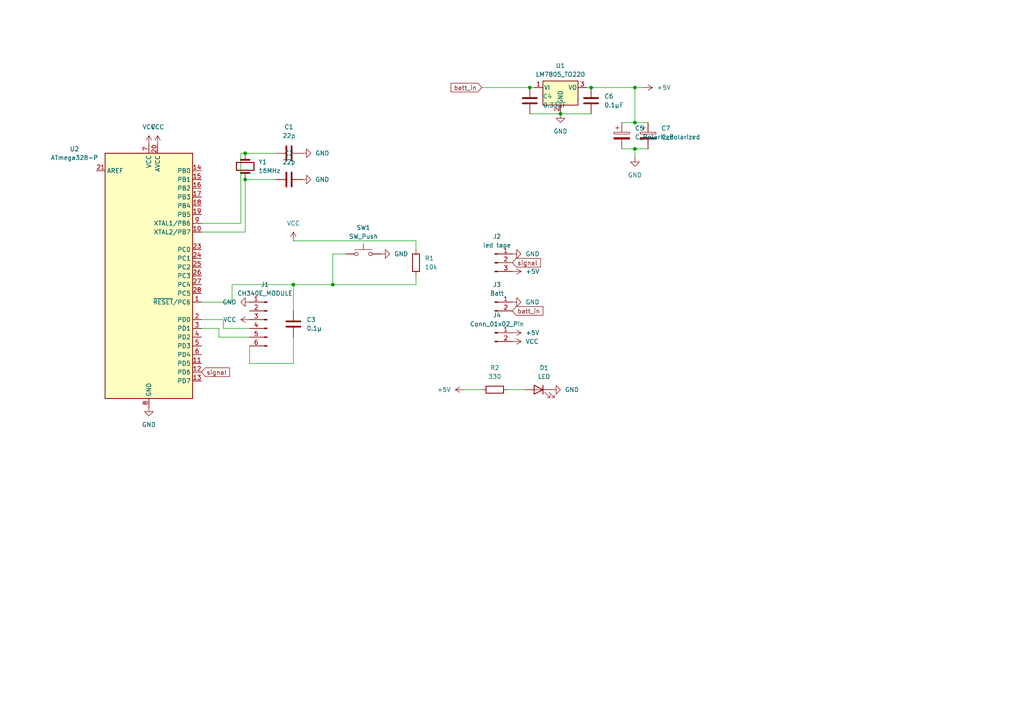
<source format=kicad_sch>
(kicad_sch (version 20231120) (generator "eeschema") (generator_version "8.0")
  (paper "A4")
  (lib_symbols
    (symbol "Connector:Conn_01x02_Pin" (pin_names (offset 1.016) hide)
      (property "Reference" "J" (at 0 2.54 0))
      (property "Value" "Conn_01x02_Pin" (at 0 -5.08 0))
      (symbol "Conn_01x02_Pin_1_1"
        (polyline (pts (xy 1.27 -2.54) (xy 0.8636 -2.54)) (stroke (width 0.1524)))
        (polyline (pts (xy 1.27 0) (xy 0.8636 0)) (stroke (width 0.1524)))
        (rectangle (start 0.8636 -2.413) (end 0 -2.667) (stroke (width 0.1524)) (fill (type outline)))
        (rectangle (start 0.8636 0.127) (end 0 -0.127) (stroke (width 0.1524)) (fill (type outline)))
        (pin passive line (at 5.08 0 180) (length 3.81) (name "Pin_1") (number "1"))
        (pin passive line (at 5.08 -2.54 180) (length 3.81) (name "Pin_2") (number "2"))
      )
    )
    (symbol "Connector:Conn_01x03_Pin" (pin_names (offset 1.016) hide)
      (property "Reference" "J" (at 0 5.08 0))
      (property "Value" "Conn_01x03_Pin" (at 0 -5.08 0))
      (symbol "Conn_01x03_Pin_1_1"
        (polyline (pts (xy 1.27 -2.54) (xy 0.8636 -2.54)) (stroke (width 0.1524)))
        (polyline (pts (xy 1.27 0) (xy 0.8636 0)) (stroke (width 0.1524)))
        (polyline (pts (xy 1.27 2.54) (xy 0.8636 2.54)) (stroke (width 0.1524)))
        (rectangle (start 0.8636 -2.413) (end 0 -2.667) (stroke (width 0.1524)) (fill (type outline)))
        (rectangle (start 0.8636 0.127) (end 0 -0.127) (stroke (width 0.1524)) (fill (type outline)))
        (rectangle (start 0.8636 2.667) (end 0 2.413) (stroke (width 0.1524)) (fill (type outline)))
        (pin passive line (at 5.08 2.54 180) (length 3.81) (name "Pin_1") (number "1"))
        (pin passive line (at 5.08 0 180) (length 3.81) (name "Pin_2") (number "2"))
        (pin passive line (at 5.08 -2.54 180) (length 3.81) (name "Pin_3") (number "3"))
      )
    )
    (symbol "Connector:Conn_01x06_Pin" (pin_names (offset 1.016) hide)
      (property "Reference" "J" (at 0 7.62 0))
      (property "Value" "Conn_01x06_Pin" (at 0 -10.16 0))
      (symbol "Conn_01x06_Pin_1_1"
        (polyline (pts (xy 1.27 -7.62) (xy 0.8636 -7.62)) (stroke (width 0.1524)))
        (polyline (pts (xy 1.27 -5.08) (xy 0.8636 -5.08)) (stroke (width 0.1524)))
        (polyline (pts (xy 1.27 -2.54) (xy 0.8636 -2.54)) (stroke (width 0.1524)))
        (polyline (pts (xy 1.27 0) (xy 0.8636 0)) (stroke (width 0.1524)))
        (polyline (pts (xy 1.27 2.54) (xy 0.8636 2.54)) (stroke (width 0.1524)))
        (polyline (pts (xy 1.27 5.08) (xy 0.8636 5.08)) (stroke (width 0.1524)))
        (rectangle (start 0.8636 -7.493) (end 0 -7.747) (stroke (width 0.1524)) (fill (type outline)))
        (rectangle (start 0.8636 -4.953) (end 0 -5.207) (stroke (width 0.1524)) (fill (type outline)))
        (rectangle (start 0.8636 -2.413) (end 0 -2.667) (stroke (width 0.1524)) (fill (type outline)))
        (rectangle (start 0.8636 0.127) (end 0 -0.127) (stroke (width 0.1524)) (fill (type outline)))
        (rectangle (start 0.8636 2.667) (end 0 2.413) (stroke (width 0.1524)) (fill (type outline)))
        (rectangle (start 0.8636 5.207) (end 0 4.953) (stroke (width 0.1524)) (fill (type outline)))
        (pin passive line (at 5.08 5.08 180) (length 3.81) (name "Pin_1") (number "1"))
        (pin passive line (at 5.08 2.54 180) (length 3.81) (name "Pin_2") (number "2"))
        (pin passive line (at 5.08 0 180) (length 3.81) (name "Pin_3") (number "3"))
        (pin passive line (at 5.08 -2.54 180) (length 3.81) (name "Pin_4") (number "4"))
        (pin passive line (at 5.08 -5.08 180) (length 3.81) (name "Pin_5") (number "5"))
        (pin passive line (at 5.08 -7.62 180) (length 3.81) (name "Pin_6") (number "6"))
      )
    )
    (symbol "Device:C" (pin_numbers hide) (pin_names (offset 0.254))
      (property "Reference" "C" (at 0.635 2.54 0))
      (property "Value" "C" (at 0.635 -2.54 0))
      (symbol "C_0_1"
        (polyline (pts (xy -2.032 -0.762) (xy 2.032 -0.762)) (stroke (width 0.508)))
        (polyline (pts (xy -2.032 0.762) (xy 2.032 0.762)) (stroke (width 0.508)))
      )
      (symbol "C_1_1"
        (pin passive line (at 0 3.81 270) (length 2.794) (name "~") (number "1"))
        (pin passive line (at 0 -3.81 90) (length 2.794) (name "~") (number "2"))
      )
    )
    (symbol "Device:C_Polarized" (pin_numbers hide) (pin_names (offset 0.254))
      (property "Reference" "C" (at 0.635 2.54 0))
      (property "Value" "C_Polarized" (at 0.635 -2.54 0))
      (symbol "C_Polarized_0_1"
        (rectangle (start -2.286 0.508) (end 2.286 1.016))
        (polyline (pts (xy -1.778 2.286) (xy -0.762 2.286)))
        (polyline (pts (xy -1.27 2.794) (xy -1.27 1.778)))
        (rectangle (start 2.286 -0.508) (end -2.286 -1.016) (fill (type outline)))
      )
      (symbol "C_Polarized_1_1"
        (pin passive line (at 0 3.81 270) (length 2.794) (name "~") (number "1"))
        (pin passive line (at 0 -3.81 90) (length 2.794) (name "~") (number "2"))
      )
    )
    (symbol "Device:Crystal" (pin_numbers hide) (pin_names (offset 1.016) hide)
      (property "Reference" "Y" (at 0 3.81 0))
      (property "Value" "Crystal" (at 0 -3.81 0))
      (symbol "Crystal_0_1"
        (rectangle (start -1.143 2.54) (end 1.143 -2.54) (stroke (width 0.3048)))
        (polyline (pts (xy -2.54 0) (xy -1.905 0)))
        (polyline (pts (xy -1.905 -1.27) (xy -1.905 1.27)) (stroke (width 0.508)))
        (polyline (pts (xy 1.905 -1.27) (xy 1.905 1.27)) (stroke (width 0.508)))
        (polyline (pts (xy 2.54 0) (xy 1.905 0)))
      )
      (symbol "Crystal_1_1"
        (pin passive line (at -3.81 0 0) (length 1.27) (name "1") (number "1"))
        (pin passive line (at 3.81 0 180) (length 1.27) (name "2") (number "2"))
      )
    )
    (symbol "Device:LED" (pin_numbers hide) (pin_names (offset 1.016) hide)
      (property "Reference" "D" (at 0 2.54 0))
      (property "Value" "LED" (at 0 -2.54 0))
      (symbol "LED_0_1"
        (polyline (pts (xy -1.27 -1.27) (xy -1.27 1.27)) (stroke (width 0.254)))
        (polyline (pts (xy -1.27 0) (xy 1.27 0)))
        (polyline (pts (xy 1.27 -1.27) (xy 1.27 1.27) (xy -1.27 0) (xy 1.27 -1.27)) (stroke (width 0.254)))
        (polyline (pts (xy -3.048 -0.762) (xy -4.572 -2.286) (xy -3.81 -2.286) (xy -4.572 -2.286) (xy -4.572 -1.524)))
        (polyline (pts (xy -1.778 -0.762) (xy -3.302 -2.286) (xy -2.54 -2.286) (xy -3.302 -2.286) (xy -3.302 -1.524)))
      )
      (symbol "LED_1_1"
        (pin passive line (at -3.81 0 0) (length 2.54) (name "K") (number "1"))
        (pin passive line (at 3.81 0 180) (length 2.54) (name "A") (number "2"))
      )
    )
    (symbol "Device:R" (pin_numbers hide) (pin_names (offset 0))
      (property "Reference" "R" (at 2.032 0 90))
      (property "Value" "R" (at 0 0 90))
      (symbol "R_0_1"
        (rectangle (start -1.016 -2.54) (end 1.016 2.54) (stroke (width 0.254)))
      )
      (symbol "R_1_1"
        (pin passive line (at 0 3.81 270) (length 1.27) (name "~") (number "1"))
        (pin passive line (at 0 -3.81 90) (length 1.27) (name "~") (number "2"))
      )
    )
    (symbol "MCU_Microchip_ATmega:ATmega328-P"
      (property "Reference" "U" (at -12.7 36.83 0))
      (property "Value" "ATmega328-P" (at 2.54 -36.83 0))
      (symbol "ATmega328-P_0_1"
        (rectangle (start -12.7 -35.56) (end 12.7 35.56) (stroke (width 0.254)) (fill (type background)))
      )
      (symbol "ATmega328-P_1_1"
        (pin bidirectional line (at 15.24 -7.62 180) (length 2.54) (name "~{RESET}/PC6") (number "1"))
        (pin bidirectional line (at 15.24 12.7 180) (length 2.54) (name "XTAL2/PB7") (number "10"))
        (pin bidirectional line (at 15.24 -25.4 180) (length 2.54) (name "PD5") (number "11"))
        (pin bidirectional line (at 15.24 -27.94 180) (length 2.54) (name "PD6") (number "12"))
        (pin bidirectional line (at 15.24 -30.48 180) (length 2.54) (name "PD7") (number "13"))
        (pin bidirectional line (at 15.24 30.48 180) (length 2.54) (name "PB0") (number "14"))
        (pin bidirectional line (at 15.24 27.94 180) (length 2.54) (name "PB1") (number "15"))
        (pin bidirectional line (at 15.24 25.4 180) (length 2.54) (name "PB2") (number "16"))
        (pin bidirectional line (at 15.24 22.86 180) (length 2.54) (name "PB3") (number "17"))
        (pin bidirectional line (at 15.24 20.32 180) (length 2.54) (name "PB4") (number "18"))
        (pin bidirectional line (at 15.24 17.78 180) (length 2.54) (name "PB5") (number "19"))
        (pin bidirectional line (at 15.24 -12.7 180) (length 2.54) (name "PD0") (number "2"))
        (pin power_in line (at 2.54 38.1 270) (length 2.54) (name "AVCC") (number "20"))
        (pin passive line (at -15.24 30.48 0) (length 2.54) (name "AREF") (number "21"))
        (pin passive line (at 0 -38.1 90) (length 2.54) hide (name "GND") (number "22"))
        (pin bidirectional line (at 15.24 7.62 180) (length 2.54) (name "PC0") (number "23"))
        (pin bidirectional line (at 15.24 5.08 180) (length 2.54) (name "PC1") (number "24"))
        (pin bidirectional line (at 15.24 2.54 180) (length 2.54) (name "PC2") (number "25"))
        (pin bidirectional line (at 15.24 0 180) (length 2.54) (name "PC3") (number "26"))
        (pin bidirectional line (at 15.24 -2.54 180) (length 2.54) (name "PC4") (number "27"))
        (pin bidirectional line (at 15.24 -5.08 180) (length 2.54) (name "PC5") (number "28"))
        (pin bidirectional line (at 15.24 -15.24 180) (length 2.54) (name "PD1") (number "3"))
        (pin bidirectional line (at 15.24 -17.78 180) (length 2.54) (name "PD2") (number "4"))
        (pin bidirectional line (at 15.24 -20.32 180) (length 2.54) (name "PD3") (number "5"))
        (pin bidirectional line (at 15.24 -22.86 180) (length 2.54) (name "PD4") (number "6"))
        (pin power_in line (at 0 38.1 270) (length 2.54) (name "VCC") (number "7"))
        (pin power_in line (at 0 -38.1 90) (length 2.54) (name "GND") (number "8"))
        (pin bidirectional line (at 15.24 15.24 180) (length 2.54) (name "XTAL1/PB6") (number "9"))
      )
    )
    (symbol "Regulator_Linear:LM7805_TO220" (pin_names (offset 0.254))
      (property "Reference" "U" (at -3.81 3.175 0))
      (property "Value" "LM7805_TO220" (at 0 3.175 0))
      (symbol "LM7805_TO220_0_1"
        (rectangle (start -5.08 1.905) (end 5.08 -5.08) (stroke (width 0.254)) (fill (type background)))
      )
      (symbol "LM7805_TO220_1_1"
        (pin power_in line (at -7.62 0 0) (length 2.54) (name "VI") (number "1"))
        (pin power_in line (at 0 -7.62 90) (length 2.54) (name "GND") (number "2"))
        (pin power_out line (at 7.62 0 180) (length 2.54) (name "VO") (number "3"))
      )
    )
    (symbol "Switch:SW_Push" (pin_numbers hide) (pin_names (offset 1.016) hide)
      (property "Reference" "SW" (at 1.27 2.54 0))
      (property "Value" "SW_Push" (at 0 -1.524 0))
      (symbol "SW_Push_0_1"
        (circle (center -2.032 0) (radius 0.508))
        (polyline (pts (xy 0 1.27) (xy 0 3.048)))
        (polyline (pts (xy 2.54 1.27) (xy -2.54 1.27)))
        (circle (center 2.032 0) (radius 0.508))
        (pin passive line (at -5.08 0 0) (length 2.54) (name "1") (number "1"))
        (pin passive line (at 5.08 0 180) (length 2.54) (name "2") (number "2"))
      )
    )
    (symbol "power:+5V" (power) (pin_numbers hide) (pin_names (offset 0) hide)
      (property "Value" "+5V" (at 0 3.556 0))
      (symbol "+5V_0_1"
        (polyline (pts (xy -0.762 1.27) (xy 0 2.54)))
        (polyline (pts (xy 0 0) (xy 0 2.54)))
        (polyline (pts (xy 0 2.54) (xy 0.762 1.27)))
      )
      (symbol "+5V_1_1"
        (pin power_in line (at 0 0 90) (length 0) (name "~") (number "1"))
      )
    )
    (symbol "power:GND" (power) (pin_numbers hide) (pin_names (offset 0) hide)
      (property "Value" "GND" (at 0 -3.81 0))
      (symbol "GND_0_1"
        (polyline (pts (xy 0 0) (xy 0 -1.27) (xy 1.27 -1.27) (xy 0 -2.54) (xy -1.27 -1.27) (xy 0 -1.27)))
      )
      (symbol "GND_1_1"
        (pin power_in line (at 0 0 270) (length 0) (name "~") (number "1"))
      )
    )
    (symbol "power:VCC" (power) (pin_numbers hide) (pin_names (offset 0) hide)
      (property "Value" "VCC" (at 0 3.556 0))
      (symbol "VCC_0_1"
        (polyline (pts (xy -0.762 1.27) (xy 0 2.54)))
        (polyline (pts (xy 0 0) (xy 0 2.54)))
        (polyline (pts (xy 0 2.54) (xy 0.762 1.27)))
      )
      (symbol "VCC_1_1"
        (pin power_in line (at 0 0 90) (length 0) (name "~") (number "1"))
      )
    )
  )
  (junction (at 184.15 43.18))
  (junction (at 96.52 82.55))
  (junction (at 85.09 82.55))
  (junction (at 184.15 35.56))
  (junction (at 162.56 33.02))
  (junction (at 71.12 44.45))
  (junction (at 71.12 52.07))
  (junction (at 184.15 25.4))
  (junction (at 171.45 25.4))
  (junction (at 153.67 25.4))
  (wire (pts (xy 71.12 67.31) (xy 58.42 67.31)))
  (wire (pts (xy 67.31 87.63) (xy 58.42 87.63)))
  (wire (pts (xy 139.7 25.4) (xy 153.67 25.4)))
  (wire (pts (xy 170.18 25.4) (xy 171.45 25.4)))
  (wire (pts (xy 96.52 73.66) (xy 96.52 82.55)))
  (wire (pts (xy 85.09 90.17) (xy 85.09 82.55)))
  (wire (pts (xy 72.39 105.41) (xy 85.09 105.41)))
  (wire (pts (xy 120.65 80.01) (xy 120.65 82.55)))
  (wire (pts (xy 69.85 64.77) (xy 69.85 44.45)))
  (wire (pts (xy 96.52 82.55) (xy 85.09 82.55)))
  (wire (pts (xy 162.56 33.02) (xy 171.45 33.02)))
  (wire (pts (xy 134.62 113.03) (xy 139.7 113.03)))
  (wire (pts (xy 184.15 25.4) (xy 184.15 35.56)))
  (wire (pts (xy 64.77 95.25) (xy 72.39 95.25)))
  (wire (pts (xy 71.12 44.45) (xy 80.01 44.45)))
  (wire (pts (xy 180.34 43.18) (xy 184.15 43.18)))
  (wire (pts (xy 69.85 44.45) (xy 71.12 44.45)))
  (wire (pts (xy 120.65 69.85) (xy 120.65 72.39)))
  (wire (pts (xy 72.39 100.33) (xy 72.39 105.41)))
  (wire (pts (xy 147.32 113.03) (xy 152.4 113.03)))
  (wire (pts (xy 58.42 92.71) (xy 64.77 92.71)))
  (wire (pts (xy 63.5 97.79) (xy 72.39 97.79)))
  (wire (pts (xy 71.12 52.07) (xy 80.01 52.07)))
  (wire (pts (xy 120.65 82.55) (xy 96.52 82.55)))
  (wire (pts (xy 64.77 92.71) (xy 64.77 95.25)))
  (wire (pts (xy 153.67 25.4) (xy 154.94 25.4)))
  (wire (pts (xy 71.12 52.07) (xy 71.12 67.31)))
  (wire (pts (xy 184.15 43.18) (xy 187.96 43.18)))
  (wire (pts (xy 153.67 33.02) (xy 162.56 33.02)))
  (wire (pts (xy 67.31 82.55) (xy 67.31 87.63)))
  (wire (pts (xy 58.42 95.25) (xy 63.5 95.25)))
  (wire (pts (xy 184.15 25.4) (xy 186.69 25.4)))
  (wire (pts (xy 85.09 105.41) (xy 85.09 97.79)))
  (wire (pts (xy 180.34 35.56) (xy 184.15 35.56)))
  (wire (pts (xy 100.33 73.66) (xy 96.52 73.66)))
  (wire (pts (xy 58.42 64.77) (xy 69.85 64.77)))
  (wire (pts (xy 120.65 69.85) (xy 85.09 69.85)))
  (wire (pts (xy 171.45 25.4) (xy 184.15 25.4)))
  (wire (pts (xy 85.09 82.55) (xy 67.31 82.55)))
  (wire (pts (xy 184.15 43.18) (xy 184.15 45.72)))
  (wire (pts (xy 63.5 95.25) (xy 63.5 97.79)))
  (wire (pts (xy 184.15 35.56) (xy 187.96 35.56)))
  (global_label "signal" (shape input) (at 58.42 107.95 0) (property "Intersheetrefs" "${INTERSHEET_REFS}" (effects (hide yes))))
  (global_label "signal" (shape input) (at 148.59 76.2 0) (property "Intersheetrefs" "${INTERSHEET_REFS}" (effects (hide yes))))
  (global_label "batt_in" (shape input) (at 148.59 90.17 0) (property "Intersheetrefs" "${INTERSHEET_REFS}" (effects (hide yes))))
  (global_label "batt_in" (shape input) (at 139.7 25.4 180) (property "Intersheetrefs" "${INTERSHEET_REFS}" (effects (hide yes))))
  (symbol (lib_id "Connector:Conn_01x02_Pin") (at 143.51 96.52 0) (unit 1)
    (property "Reference" "J4" (at 144.145 91.44 0))
    (property "Value" "Conn_01x02_Pin" (at 144.145 93.98 0))
    (property "Footprint" "Connector_PinHeader_2.54mm:PinHeader_1x02_P2.54mm_Horizontal" (effects (hide yes)))
    (property "Description" "Generic connector, single row, 01x02, script generated" (effects (hide yes)))
  )
  (symbol (lib_id "power:VCC") (at 43.18 41.91 0) (unit 1)
    (property "Reference" "#PWR3" (effects (hide yes)))
    (property "Value" "VCC" (at 43.18 36.83 0))
    (property "Description" "Power symbol creates a global label with name \"VCC\"" (effects (hide yes)))
  )
  (symbol (lib_id "Device:C") (at 83.82 44.45 90) (unit 1)
    (property "Reference" "C1" (at 83.82 36.83 90))
    (property "Value" "22p" (at 83.82 39.37 90))
    (property "Footprint" "Capacitor_THT:C_Disc_D3.0mm_W2.0mm_P2.50mm" (effects (hide yes)))
    (property "Description" "Unpolarized capacitor" (effects (hide yes)))
  )
  (symbol (lib_id "power:+5V") (at 134.62 113.03 90) (mirror x) (unit 1)
    (property "Reference" "#PWR14" (effects (hide yes)))
    (property "Value" "+5V" (at 130.81 113.0299 90) (effects (justify left)))
    (property "Description" "Power symbol creates a global label with name \"+5V\"" (effects (hide yes)))
  )
  (symbol (lib_id "Device:C") (at 171.45 29.21 0) (unit 1)
    (property "Reference" "C6" (at 175.26 27.9399 0) (effects (justify left)))
    (property "Value" "0.1μF" (at 175.26 30.4799 0) (effects (justify left)))
    (property "Footprint" "Capacitor_THT:C_Disc_D3.0mm_W2.0mm_P2.50mm" (effects (hide yes)))
    (property "Description" "Unpolarized capacitor" (effects (hide yes)))
  )
  (symbol (lib_id "power:VCC") (at 45.72 41.91 0) (unit 1)
    (property "Reference" "#PWR17" (effects (hide yes)))
    (property "Value" "VCC" (at 45.72 36.83 0))
    (property "Description" "Power symbol creates a global label with name \"VCC\"" (effects (hide yes)))
  )
  (symbol (lib_id "Switch:SW_Push") (at 105.41 73.66 0) (unit 1)
    (property "Reference" "SW1" (at 105.41 66.04 0))
    (property "Value" "SW_Push" (at 105.41 68.58 0))
    (property "Footprint" "Button_Switch_THT:SW_PUSH_6mm" (effects (hide yes)))
    (property "Description" "Push button switch, generic, two pins" (effects (hide yes)))
  )
  (symbol (lib_id "power:VCC") (at 85.09 69.85 0) (unit 1)
    (property "Reference" "#PWR07" (effects (hide yes)))
    (property "Value" "VCC" (at 85.09 64.77 0))
    (property "Description" "Power symbol creates a global label with name \"VCC\"" (effects (hide yes)))
  )
  (symbol (lib_id "power:GND") (at 72.39 87.63 270) (mirror x) (unit 1)
    (property "Reference" "#PWR04" (effects (hide yes)))
    (property "Value" "GND" (at 68.58 87.6301 90) (effects (justify right)))
    (property "Description" "Power symbol creates a global label with name \"GND\" , ground" (effects (hide yes)))
  )
  (symbol (lib_id "Device:C") (at 83.82 52.07 90) (unit 1)
    (property "Reference" "C2" (at 83.82 44.45 90))
    (property "Value" "22p" (at 83.82 46.99 90))
    (property "Footprint" "Capacitor_THT:C_Disc_D3.0mm_W2.0mm_P2.50mm" (effects (hide yes)))
    (property "Description" "Unpolarized capacitor" (effects (hide yes)))
  )
  (symbol (lib_id "Device:Crystal") (at 71.12 48.26 270) (unit 1)
    (property "Reference" "Y1" (at 74.93 46.9899 90) (effects (justify left)))
    (property "Value" "16MHz" (at 74.93 49.5299 90) (effects (justify left)))
    (property "Footprint" "Crystal:Crystal_HC18-U_Vertical" (effects (hide yes)))
    (property "Description" "Two pin crystal" (effects (hide yes)))
  )
  (symbol (lib_id "power:GND") (at 110.49 73.66 90) (unit 1)
    (property "Reference" "#PWR012" (effects (hide yes)))
    (property "Value" "GND" (at 114.3 73.6599 90) (effects (justify right)))
    (property "Description" "Power symbol creates a global label with name \"GND\" , ground" (effects (hide yes)))
  )
  (symbol (lib_id "Device:C") (at 85.09 93.98 0) (unit 1)
    (property "Reference" "C3" (at 88.9 92.7099 0) (effects (justify left)))
    (property "Value" "0.1μ" (at 88.9 95.2499 0) (effects (justify left)))
    (property "Footprint" "Capacitor_THT:C_Disc_D3.0mm_W2.0mm_P2.50mm" (effects (hide yes)))
    (property "Description" "Unpolarized capacitor" (effects (hide yes)))
  )
  (symbol (lib_id "Device:R") (at 120.65 76.2 0) (unit 1)
    (property "Reference" "R1" (at 123.19 74.9299 0) (effects (justify left)))
    (property "Value" "10k" (at 123.19 77.4699 0) (effects (justify left)))
    (property "Footprint" "Resistor_THT:R_Axial_DIN0207_L6.3mm_D2.5mm_P10.16mm_Horizontal" (effects (hide yes)))
    (property "Description" "Resistor" (effects (hide yes)))
  )
  (symbol (lib_id "Device:C") (at 153.67 29.21 0) (unit 1)
    (property "Reference" "C4" (at 157.48 27.9399 0) (effects (justify left)))
    (property "Value" "0.33μF" (at 157.48 30.4799 0) (effects (justify left)))
    (property "Footprint" "Capacitor_THT:C_Disc_D3.0mm_W2.0mm_P2.50mm" (effects (hide yes)))
    (property "Description" "Unpolarized capacitor" (effects (hide yes)))
  )
  (symbol (lib_id "power:GND") (at 87.63 52.07 90) (unit 1)
    (property "Reference" "#PWR09" (effects (hide yes)))
    (property "Value" "GND" (at 91.44 52.0699 90) (effects (justify right)))
    (property "Description" "Power symbol creates a global label with name \"GND\" , ground" (effects (hide yes)))
  )
  (symbol (lib_id "power:VCC") (at 72.39 92.71 90) (unit 1)
    (property "Reference" "#PWR18" (effects (hide yes)))
    (property "Value" "VCC" (at 68.58 92.7099 90) (effects (justify left)))
    (property "Description" "Power symbol creates a global label with name \"VCC\"" (effects (hide yes)))
  )
  (symbol (lib_id "Device:C_Polarized") (at 187.96 39.37 0) (unit 1)
    (property "Reference" "C7" (at 191.77 37.2109 0) (effects (justify left)))
    (property "Value" "C_Polarized" (at 191.77 39.7509 0) (effects (justify left)))
    (property "Footprint" "Capacitor_THT:C_Radial_D8.0mm_H11.5mm_P3.50mm" (effects (hide yes)))
    (property "Description" "Polarized capacitor" (effects (hide yes)))
  )
  (symbol (lib_id "Connector:Conn_01x06_Pin") (at 77.47 92.71 0) (mirror y) (unit 1)
    (property "Reference" "J1" (at 76.835 82.55 0))
    (property "Value" "CH340E_MODULE" (at 76.835 85.09 0))
    (property "Footprint" "Connector_PinHeader_2.54mm:PinHeader_1x06_P2.54mm_Horizontal" (effects (hide yes)))
    (property "Description" "Generic connector, single row, 01x06, script generated" (effects (hide yes)))
  )
  (symbol (lib_id "Device:R") (at 143.51 113.03 90) (unit 1)
    (property "Reference" "R2" (at 143.51 106.68 90))
    (property "Value" "330" (at 143.51 109.22 90))
    (property "Footprint" "Resistor_THT:R_Axial_DIN0207_L6.3mm_D2.5mm_P10.16mm_Horizontal" (effects (hide yes)))
    (property "Description" "Resistor" (effects (hide yes)))
  )
  (symbol (lib_id "power:+5V") (at 148.59 96.52 270) (unit 1)
    (property "Reference" "#PWR19" (effects (hide yes)))
    (property "Value" "+5V" (at 152.4 96.5199 90) (effects (justify left)))
    (property "Description" "Power symbol creates a global label with name \"+5V\"" (effects (hide yes)))
  )
  (symbol (lib_id "Connector:Conn_01x02_Pin") (at 143.51 87.63 0) (unit 1)
    (property "Reference" "J3" (at 144.145 82.55 0))
    (property "Value" "Batt" (at 144.145 85.09 0))
    (property "Footprint" "Connector_AMASS:AMASS_XT30PW-M_1x02_P2.50mm_Horizontal" (effects (hide yes)))
    (property "Description" "Generic connector, single row, 01x02, script generated" (effects (hide yes)))
  )
  (symbol (lib_id "power:GND") (at 87.63 44.45 90) (unit 1)
    (property "Reference" "#PWR08" (effects (hide yes)))
    (property "Value" "GND" (at 91.44 44.4499 90) (effects (justify right)))
    (property "Description" "Power symbol creates a global label with name \"GND\" , ground" (effects (hide yes)))
  )
  (symbol (lib_id "power:GND") (at 162.56 33.02 0) (unit 1)
    (property "Reference" "#PWR6" (effects (hide yes)))
    (property "Value" "GND" (at 162.56 38.1 0))
    (property "Description" "Power symbol creates a global label with name \"GND\" , ground" (effects (hide yes)))
  )
  (symbol (lib_id "power:+5V") (at 148.59 78.74 270) (unit 1)
    (property "Reference" "#PWR16" (effects (hide yes)))
    (property "Value" "+5V" (at 152.4 78.7399 90) (effects (justify left)))
    (property "Description" "Power symbol creates a global label with name \"+5V\"" (effects (hide yes)))
  )
  (symbol (lib_id "power:GND") (at 148.59 87.63 90) (unit 1)
    (property "Reference" "#PWR11" (effects (hide yes)))
    (property "Value" "GND" (at 152.4 87.6299 90) (effects (justify right)))
    (property "Description" "Power symbol creates a global label with name \"GND\" , ground" (effects (hide yes)))
  )
  (symbol (lib_id "Regulator_Linear:LM7805_TO220") (at 162.56 25.4 0) (unit 1)
    (property "Reference" "U1" (at 162.56 19.05 0))
    (property "Value" "LM7805_TO220" (at 162.56 21.59 0))
    (property "Footprint" "Package_TO_SOT_SMD:TO-252-2" (effects (hide yes)))
    (property "Datasheet" "https://www.onsemi.cn/PowerSolutions/document/MC7800-D.PDF" (effects (hide yes)))
    (property "Description" "Positive 1A 35V Linear Regulator, Fixed Output 5V, TO-220" (effects (hide yes)))
  )
  (symbol (lib_id "power:GND") (at 43.18 118.11 0) (unit 1)
    (property "Reference" "#PWR02" (effects (hide yes)))
    (property "Value" "GND" (at 43.18 123.19 0))
    (property "Description" "Power symbol creates a global label with name \"GND\" , ground" (effects (hide yes)))
  )
  (symbol (lib_id "power:GND") (at 184.15 45.72 0) (unit 1)
    (property "Reference" "#PWR1" (effects (hide yes)))
    (property "Value" "GND" (at 184.15 50.8 0))
    (property "Description" "Power symbol creates a global label with name \"GND\" , ground" (effects (hide yes)))
  )
  (symbol (lib_id "power:GND") (at 148.59 73.66 90) (unit 1)
    (property "Reference" "#PWR10" (effects (hide yes)))
    (property "Value" "GND" (at 152.4 73.6599 90) (effects (justify right)))
    (property "Description" "Power symbol creates a global label with name \"GND\" , ground" (effects (hide yes)))
  )
  (symbol (lib_id "Device:C_Polarized") (at 180.34 39.37 0) (unit 1)
    (property "Reference" "C5" (at 184.15 37.2109 0) (effects (justify left)))
    (property "Value" "C_Polarized" (at 184.15 39.7509 0) (effects (justify left)))
    (property "Footprint" "Capacitor_THT:C_Radial_D8.0mm_H11.5mm_P3.50mm" (effects (hide yes)))
    (property "Description" "Polarized capacitor" (effects (hide yes)))
  )
  (symbol (lib_id "MCU_Microchip_ATmega:ATmega328-P") (at 43.18 80.01 0) (unit 1)
    (property "Reference" "U2" (at 21.59 43.2114 0))
    (property "Value" "ATmega328-P" (at 21.59 45.7514 0))
    (property "Footprint" "Package_DIP:DIP-28_W7.62mm" (effects (hide yes)))
    (property "Datasheet" "http://ww1.microchip.com/downloads/en/DeviceDoc/ATmega328_P%20AVR%20MCU%20with%20picoPower%20Technology%20Data%20Sheet%2040001984A.pdf" (effects (hide yes)))
    (property "Description" "20MHz, 32kB Flash, 2kB SRAM, 1kB EEPROM, DIP-28" (effects (hide yes)))
  )
  (symbol (lib_id "Device:LED") (at 156.21 113.03 0) (mirror y) (unit 1)
    (property "Reference" "D1" (at 157.7975 106.68 0))
    (property "Value" "LED" (at 157.7975 109.22 0))
    (property "Footprint" "LED_THT:LED_D3.0mm" (effects (hide yes)))
    (property "Description" "Light emitting diode" (effects (hide yes)))
  )
  (symbol (lib_id "power:GND") (at 160.02 113.03 90) (unit 1)
    (property "Reference" "#PWR15" (effects (hide yes)))
    (property "Value" "GND" (at 163.83 113.0299 90) (effects (justify right)))
    (property "Description" "Power symbol creates a global label with name \"GND\" , ground" (effects (hide yes)))
  )
  (symbol (lib_id "Connector:Conn_01x03_Pin") (at 143.51 76.2 0) (unit 1)
    (property "Reference" "J2" (at 144.145 68.58 0))
    (property "Value" "led tape" (at 144.145 71.12 0))
    (property "Footprint" "Connector_JST:JST_XH_S3B-XH-A-1_1x03_P2.50mm_Horizontal" (effects (hide yes)))
    (property "Description" "Generic connector, single row, 01x03, script generated" (effects (hide yes)))
  )
  (symbol (lib_id "power:+5V") (at 186.69 25.4 270) (unit 1)
    (property "Reference" "#PWR5" (effects (hide yes)))
    (property "Value" "+5V" (at 190.5 25.3999 90) (effects (justify left)))
    (property "Description" "Power symbol creates a global label with name \"+5V\"" (effects (hide yes)))
  )
  (symbol (lib_id "power:VCC") (at 148.59 99.06 270) (unit 1)
    (property "Reference" "#PWR13" (effects (hide yes)))
    (property "Value" "VCC" (at 152.4 99.0599 90) (effects (justify left)))
    (property "Description" "Power symbol creates a global label with name \"VCC\"" (effects (hide yes)))
  )
)
</source>
